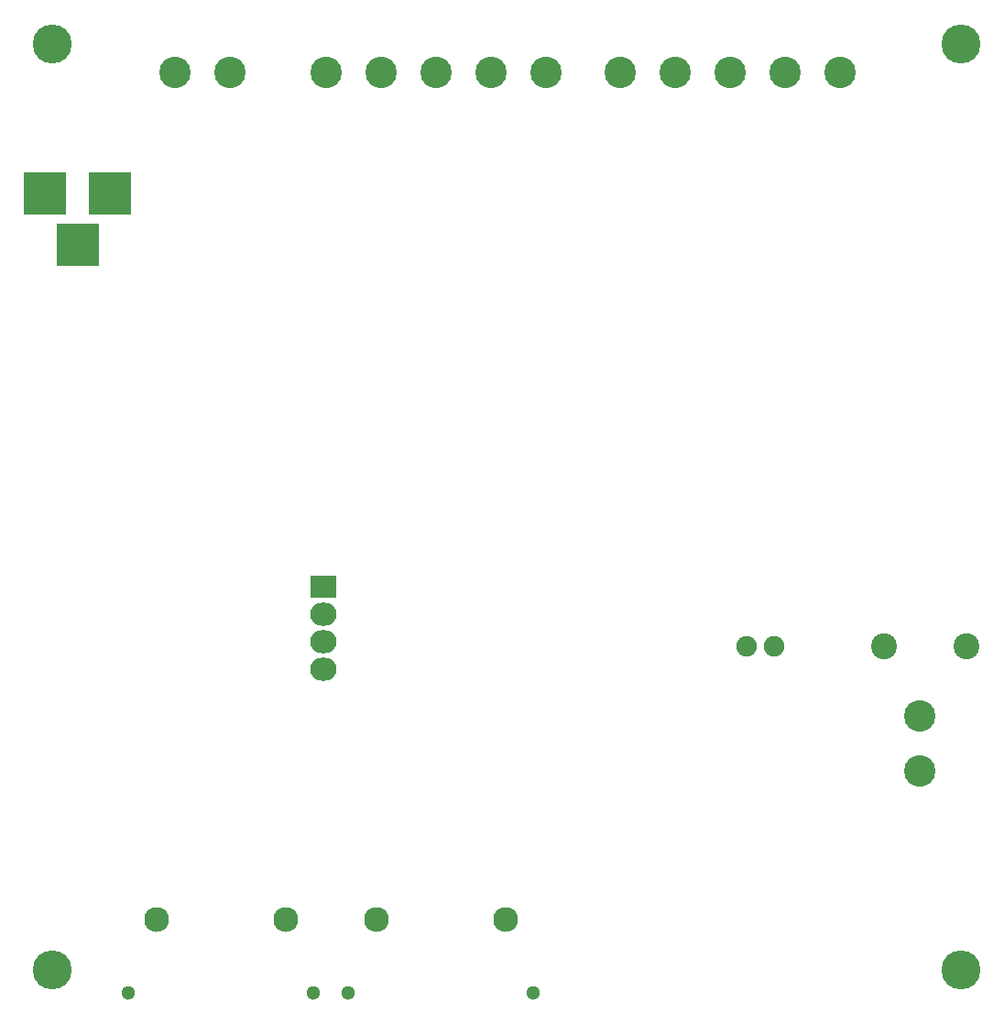
<source format=gbs>
G04 #@! TF.FileFunction,Soldermask,Bot*
%FSLAX46Y46*%
G04 Gerber Fmt 4.6, Leading zero omitted, Abs format (unit mm)*
G04 Created by KiCad (PCBNEW 4.0.4-stable) date 11/13/16 23:20:29*
%MOMM*%
%LPD*%
G01*
G04 APERTURE LIST*
%ADD10C,0.100000*%
%ADD11C,1.300000*%
%ADD12C,2.300000*%
%ADD13R,3.900120X3.900120*%
%ADD14C,2.900000*%
%ADD15C,3.600000*%
%ADD16R,2.432000X2.127200*%
%ADD17O,2.432000X2.127200*%
%ADD18C,1.900000*%
%ADD19C,2.400000*%
G04 APERTURE END LIST*
D10*
D11*
X145036000Y-157106000D03*
D12*
X147636000Y-150366000D03*
X159626000Y-150366000D03*
D11*
X162136000Y-157106000D03*
D13*
X143360140Y-83312000D03*
X137360660Y-83312000D03*
X140360400Y-88011000D03*
D14*
X218226000Y-131572000D03*
X218226000Y-136652000D03*
D15*
X138000000Y-155000000D03*
X222000000Y-155000000D03*
X222000000Y-69500000D03*
D11*
X165356000Y-157106000D03*
D12*
X167956000Y-150366000D03*
X179946000Y-150366000D03*
D11*
X182456000Y-157106000D03*
D14*
X190500000Y-72096000D03*
X195580000Y-72096000D03*
X200660000Y-72096000D03*
X205740000Y-72096000D03*
X210820000Y-72136000D03*
X149352000Y-72096000D03*
X154432000Y-72096000D03*
X163322000Y-72096000D03*
X168402000Y-72096000D03*
X173482000Y-72096000D03*
X178562000Y-72096000D03*
X183642000Y-72136000D03*
D16*
X163068000Y-119634000D03*
D17*
X163068000Y-122174000D03*
X163068000Y-124714000D03*
X163068000Y-127254000D03*
D18*
X202184000Y-125098000D03*
X204724000Y-125098000D03*
D19*
X214884000Y-125098000D03*
X222504000Y-125098000D03*
D15*
X138000000Y-69500000D03*
M02*

</source>
